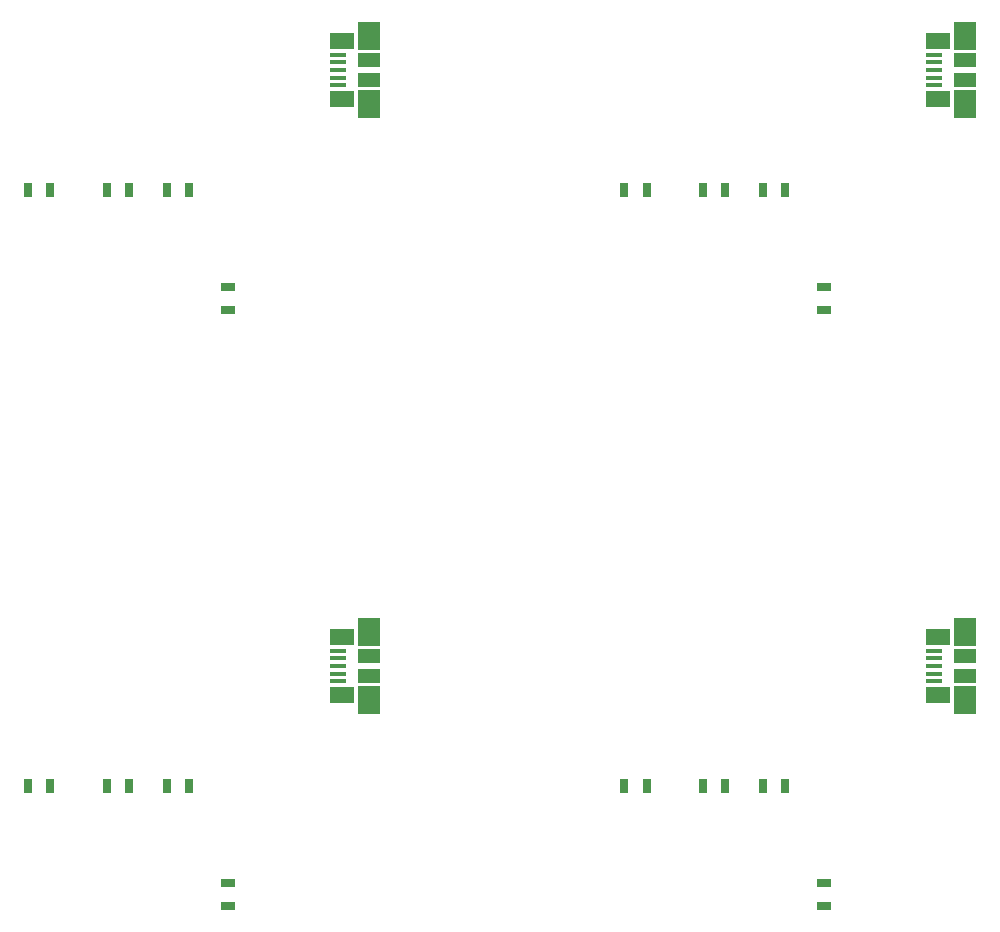
<source format=gtp>
%MOIN*%
%OFA0B0*%
%FSLAX46Y46*%
%IPPOS*%
%LPD*%
%ADD10C,0.0039370078740157488*%
%ADD11R,0.027559055118110236X0.051181102362204731*%
%ADD12R,0.051181102362204731X0.027559055118110236*%
%ADD13R,0.0543X0.0177*%
%ADD14R,0.0827X0.058*%
%ADD15R,0.0747X0.0935*%
%ADD16R,0.0747X0.046200000000000005*%
%ADD27C,0.0039370078740157488*%
%ADD28R,0.027559055118110236X0.051181102362204731*%
%ADD29R,0.051181102362204731X0.027559055118110236*%
%ADD30R,0.0543X0.0177*%
%ADD31R,0.0827X0.058*%
%ADD32R,0.0747X0.0935*%
%ADD33R,0.0747X0.046200000000000005*%
%ADD34C,0.0039370078740157488*%
%ADD35R,0.027559055118110236X0.051181102362204731*%
%ADD36R,0.051181102362204731X0.027559055118110236*%
%ADD37R,0.0543X0.0177*%
%ADD38R,0.0827X0.058*%
%ADD39R,0.0747X0.0935*%
%ADD40R,0.0747X0.046200000000000005*%
%ADD41C,0.0039370078740157488*%
%ADD42R,0.027559055118110236X0.051181102362204731*%
%ADD43R,0.051181102362204731X0.027559055118110236*%
%ADD44R,0.0543X0.0177*%
%ADD45R,0.0827X0.058*%
%ADD46R,0.0747X0.0935*%
%ADD47R,0.0747X0.046200000000000005*%
G01G01*
D10*
D11*
X0000000000Y0000000000D02*
X0001050000Y0000650000D03*
X0000975196Y0000650000D03*
D12*
X0001380000Y0000252598D03*
X0001380000Y0000327401D03*
D11*
X0000787401Y0000650000D03*
X0000712598Y0000650000D03*
D13*
X0001745300Y0001102400D03*
X0001745300Y0001076800D03*
X0001745300Y0001051200D03*
X0001745300Y0001025600D03*
X0001745300Y0001000000D03*
D14*
X0001759500Y0000954300D03*
X0001759500Y0001148100D03*
D15*
X0001850000Y0000936500D03*
X0001850000Y0001165900D03*
D16*
X0001850000Y0001084200D03*
X0001850000Y0001018200D03*
D11*
X0001250000Y0000650000D03*
X0001175196Y0000650000D03*
G04 next file*
G04 #@! TF.GenerationSoftware,KiCad,Pcbnew,(2017-04-12 revision 02abf1804)-makepkg*
G04 #@! TF.CreationDate,2017-04-26T22:03:17+03:00*
G04 #@! TF.ProjectId,vbb,7662622E6B696361645F706362000000,rev?*
G04 #@! TF.FileFunction,Paste,Top*
G04 #@! TF.FilePolarity,Positive*
G04 Gerber Fmt 4.6, Leading zero omitted, Abs format (unit mm)*
G04 Created by KiCad (PCBNEW (2017-04-12 revision 02abf1804)-makepkg) date 04/26/17 22:03:17*
G01G01*
G04 APERTURE LIST*
G04 APERTURE END LIST*
D27*
D28*
X0000000000Y0001987007D02*
X0001050000Y0002637007D03*
X0000975196Y0002637007D03*
D29*
X0001380000Y0002239606D03*
X0001380000Y0002314409D03*
D28*
X0000787401Y0002637007D03*
X0000712598Y0002637007D03*
D30*
X0001745300Y0003089408D03*
X0001745300Y0003063808D03*
X0001745300Y0003038208D03*
X0001745300Y0003012608D03*
X0001745300Y0002987008D03*
D31*
X0001759500Y0002941308D03*
X0001759500Y0003135108D03*
D32*
X0001850000Y0002923508D03*
X0001850000Y0003152908D03*
D33*
X0001850000Y0003071208D03*
X0001850000Y0003005208D03*
D28*
X0001250000Y0002637007D03*
X0001175196Y0002637007D03*
G04 next file*
G04 #@! TF.GenerationSoftware,KiCad,Pcbnew,(2017-04-12 revision 02abf1804)-makepkg*
G04 #@! TF.CreationDate,2017-04-26T22:03:17+03:00*
G04 #@! TF.ProjectId,vbb,7662622E6B696361645F706362000000,rev?*
G04 #@! TF.FileFunction,Paste,Top*
G04 #@! TF.FilePolarity,Positive*
G04 Gerber Fmt 4.6, Leading zero omitted, Abs format (unit mm)*
G04 Created by KiCad (PCBNEW (2017-04-12 revision 02abf1804)-makepkg) date 04/26/17 22:03:17*
G01G01*
G04 APERTURE LIST*
G04 APERTURE END LIST*
D34*
D35*
X0001987007Y0000000000D02*
X0003037007Y0000650000D03*
X0002962204Y0000650000D03*
D36*
X0003367007Y0000252598D03*
X0003367007Y0000327401D03*
D35*
X0002774409Y0000650000D03*
X0002699606Y0000650000D03*
D37*
X0003732307Y0001102400D03*
X0003732307Y0001076800D03*
X0003732307Y0001051200D03*
X0003732307Y0001025600D03*
X0003732307Y0001000000D03*
D38*
X0003746507Y0000954300D03*
X0003746507Y0001148100D03*
D39*
X0003837007Y0000936500D03*
X0003837007Y0001165900D03*
D40*
X0003837007Y0001084200D03*
X0003837007Y0001018200D03*
D35*
X0003237007Y0000650000D03*
X0003162204Y0000650000D03*
G04 next file*
G04 #@! TF.GenerationSoftware,KiCad,Pcbnew,(2017-04-12 revision 02abf1804)-makepkg*
G04 #@! TF.CreationDate,2017-04-26T22:03:17+03:00*
G04 #@! TF.ProjectId,vbb,7662622E6B696361645F706362000000,rev?*
G04 #@! TF.FileFunction,Paste,Top*
G04 #@! TF.FilePolarity,Positive*
G04 Gerber Fmt 4.6, Leading zero omitted, Abs format (unit mm)*
G04 Created by KiCad (PCBNEW (2017-04-12 revision 02abf1804)-makepkg) date 04/26/17 22:03:17*
G01G01*
G04 APERTURE LIST*
G04 APERTURE END LIST*
D41*
D42*
X0001987007Y0001987007D02*
X0003037007Y0002637007D03*
X0002962204Y0002637007D03*
D43*
X0003367007Y0002239606D03*
X0003367007Y0002314409D03*
D42*
X0002774409Y0002637007D03*
X0002699606Y0002637007D03*
D44*
X0003732307Y0003089408D03*
X0003732307Y0003063808D03*
X0003732307Y0003038208D03*
X0003732307Y0003012608D03*
X0003732307Y0002987008D03*
D45*
X0003746507Y0002941308D03*
X0003746507Y0003135108D03*
D46*
X0003837007Y0002923508D03*
X0003837007Y0003152908D03*
D47*
X0003837007Y0003071208D03*
X0003837007Y0003005208D03*
D42*
X0003237007Y0002637007D03*
X0003162204Y0002637007D03*
M02*
</source>
